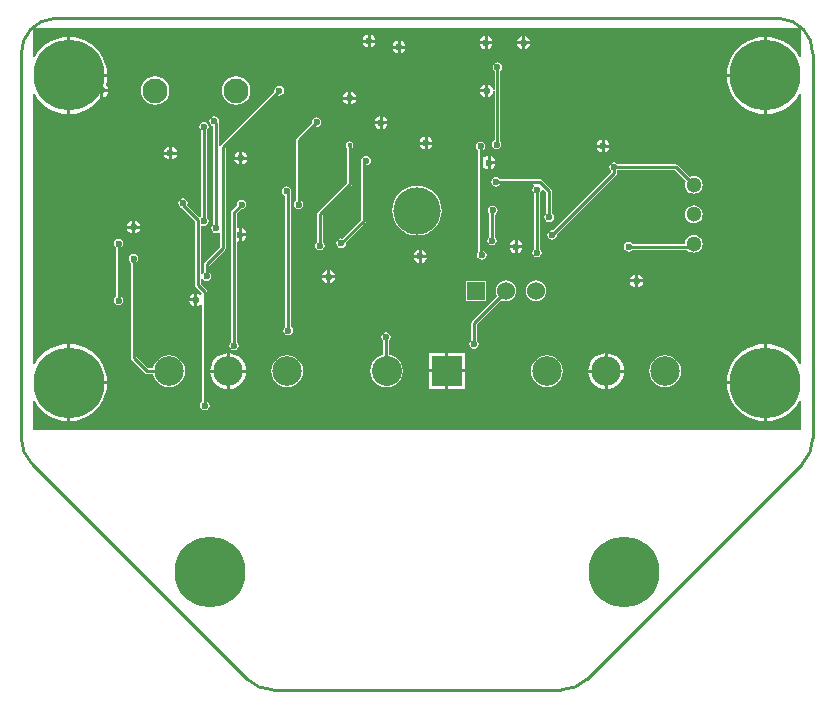
<source format=gbl>
G04*
G04 #@! TF.GenerationSoftware,Altium Limited,CircuitStudio,1.5.2 (1.5.2.30)*
G04*
G04 Layer_Physical_Order=2*
G04 Layer_Color=12500520*
%FSLAX44Y44*%
%MOMM*%
G71*
G01*
G75*
%ADD23C,0.2540*%
%ADD24C,2.1000*%
%ADD25C,4.0000*%
%ADD26C,6.0000*%
%ADD27R,1.5240X1.5240*%
%ADD28C,1.5240*%
%ADD29C,2.5000*%
%ADD30C,2.5400*%
%ADD31R,2.5400X2.5400*%
%ADD32C,1.3000*%
%ADD33C,0.6000*%
%ADD34C,0.4500*%
G36*
X820000Y775753D02*
X818730Y775395D01*
X816407Y779186D01*
X813080Y783081D01*
X809185Y786407D01*
X804818Y789083D01*
X800086Y791043D01*
X795106Y792239D01*
X791270Y792541D01*
Y760000D01*
Y727459D01*
X795106Y727761D01*
X800086Y728957D01*
X804818Y730917D01*
X809185Y733593D01*
X813080Y736920D01*
X816407Y740815D01*
X818730Y744606D01*
X820000Y744248D01*
Y515753D01*
X818730Y515394D01*
X816407Y519186D01*
X813080Y523080D01*
X809185Y526407D01*
X804818Y529083D01*
X800086Y531043D01*
X795106Y532239D01*
X791270Y532541D01*
Y500000D01*
Y467459D01*
X795106Y467761D01*
X800086Y468957D01*
X804818Y470917D01*
X809185Y473593D01*
X813080Y476920D01*
X816407Y480814D01*
X818730Y484605D01*
X820000Y484247D01*
Y460000D01*
X170000D01*
Y484247D01*
X171270Y484605D01*
X173593Y480814D01*
X176919Y476920D01*
X180814Y473593D01*
X185181Y470917D01*
X189913Y468957D01*
X194894Y467761D01*
X198730Y467459D01*
Y500000D01*
Y532541D01*
X194894Y532239D01*
X189913Y531043D01*
X185181Y529083D01*
X180814Y526407D01*
X176919Y523080D01*
X173593Y519186D01*
X171270Y515395D01*
X170000Y515753D01*
Y744247D01*
X171270Y744605D01*
X173593Y740815D01*
X176919Y736920D01*
X180814Y733593D01*
X185181Y730917D01*
X189913Y728957D01*
X194894Y727761D01*
X198730Y727459D01*
Y760000D01*
Y792541D01*
X194894Y792239D01*
X189913Y791043D01*
X185181Y789083D01*
X180814Y786407D01*
X176919Y783081D01*
X173593Y779186D01*
X171270Y775395D01*
X170000Y775753D01*
Y800000D01*
X820000D01*
Y775753D01*
D02*
G37*
%LPC*%
G36*
X496358Y612184D02*
X495466Y612006D01*
X493634Y610782D01*
X492409Y608949D01*
X492232Y608058D01*
X496358D01*
Y612184D01*
D02*
G37*
G36*
X503024Y605518D02*
X498898D01*
Y601392D01*
X499789Y601569D01*
X501622Y602794D01*
X502846Y604626D01*
X503024Y605518D01*
D02*
G37*
G36*
X496358D02*
X492232D01*
X492409Y604626D01*
X493634Y602794D01*
X495466Y601569D01*
X496358Y601392D01*
Y605518D01*
D02*
G37*
G36*
X584216Y613860D02*
X580090D01*
Y609734D01*
X580982Y609911D01*
X582814Y611136D01*
X584039Y612968D01*
X584216Y613860D01*
D02*
G37*
G36*
X577550D02*
X573424D01*
X573601Y612968D01*
X574826Y611136D01*
X576659Y609911D01*
X577550Y609734D01*
Y613860D01*
D02*
G37*
G36*
X498898Y612184D02*
Y608058D01*
X503024D01*
X502846Y608949D01*
X501622Y610782D01*
X499789Y612006D01*
X498898Y612184D01*
D02*
G37*
G36*
X425466Y588460D02*
X421340D01*
Y584334D01*
X422232Y584511D01*
X424064Y585736D01*
X425289Y587568D01*
X425466Y588460D01*
D02*
G37*
G36*
X418800D02*
X414674D01*
X414851Y587568D01*
X416076Y585736D01*
X417909Y584511D01*
X418800Y584334D01*
Y588460D01*
D02*
G37*
G36*
X686236Y584730D02*
X682110D01*
Y580604D01*
X683002Y580782D01*
X684834Y582006D01*
X686059Y583838D01*
X686236Y584730D01*
D02*
G37*
G36*
X679570Y591396D02*
X678678Y591219D01*
X676846Y589994D01*
X675621Y588162D01*
X675444Y587270D01*
X679570D01*
Y591396D01*
D02*
G37*
G36*
X421340Y595126D02*
Y591000D01*
X425466D01*
X425289Y591892D01*
X424064Y593724D01*
X422232Y594949D01*
X421340Y595126D01*
D02*
G37*
G36*
X418800D02*
X417909Y594949D01*
X416076Y593724D01*
X414851Y591892D01*
X414674Y591000D01*
X418800D01*
Y595126D01*
D02*
G37*
G36*
X682110Y591396D02*
Y587270D01*
X686236D01*
X686059Y588162D01*
X684834Y589994D01*
X683002Y591219D01*
X682110Y591396D01*
D02*
G37*
G36*
X437850Y704304D02*
X436582Y704051D01*
X435507Y703333D01*
X434789Y702258D01*
X434536Y700990D01*
X434789Y699722D01*
X435507Y698647D01*
X435536Y698628D01*
Y668969D01*
X411164Y644597D01*
X410662Y643846D01*
X410486Y642960D01*
Y619264D01*
X409916Y618884D01*
X409032Y617561D01*
X408722Y616000D01*
X409032Y614439D01*
X409916Y613116D01*
X411240Y612232D01*
X412800Y611922D01*
X414361Y612232D01*
X415684Y613116D01*
X416568Y614439D01*
X416879Y616000D01*
X416568Y617561D01*
X415684Y618884D01*
X415115Y619264D01*
Y642001D01*
X439487Y666373D01*
X439988Y667124D01*
X440164Y668010D01*
Y698628D01*
X440193Y698647D01*
X440911Y699722D01*
X441164Y700990D01*
X440911Y702258D01*
X440193Y703333D01*
X439118Y704051D01*
X437850Y704304D01*
D02*
G37*
G36*
X346410Y630686D02*
Y626560D01*
X350536D01*
X350359Y627452D01*
X349134Y629284D01*
X347302Y630509D01*
X346410Y630686D01*
D02*
G37*
G36*
X260366Y630370D02*
X256240D01*
Y626244D01*
X257132Y626422D01*
X258964Y627646D01*
X260189Y629478D01*
X260366Y630370D01*
D02*
G37*
G36*
X253700D02*
X249574D01*
X249751Y629478D01*
X250976Y627646D01*
X252808Y626422D01*
X253700Y626244D01*
Y630370D01*
D02*
G37*
G36*
Y637036D02*
X252808Y636859D01*
X250976Y635634D01*
X249751Y633802D01*
X249574Y632910D01*
X253700D01*
Y637036D01*
D02*
G37*
G36*
X561840Y674078D02*
X560279Y673768D01*
X558956Y672884D01*
X558072Y671561D01*
X557762Y670000D01*
X558072Y668439D01*
X558956Y667116D01*
X560279Y666232D01*
X561840Y665921D01*
X563401Y666232D01*
X564724Y667116D01*
X565104Y667685D01*
X593543D01*
X593928Y666415D01*
X593716Y666274D01*
X592832Y664951D01*
X592522Y663390D01*
X592832Y661829D01*
X593716Y660506D01*
X594286Y660126D01*
Y613314D01*
X593716Y612934D01*
X592832Y611611D01*
X592522Y610050D01*
X592832Y608489D01*
X593716Y607166D01*
X595039Y606282D01*
X596600Y605972D01*
X598161Y606282D01*
X599484Y607166D01*
X600368Y608489D01*
X600678Y610050D01*
X600368Y611611D01*
X599484Y612934D01*
X598914Y613314D01*
Y660126D01*
X599484Y660506D01*
X600368Y661829D01*
X600629Y663142D01*
X601351Y663527D01*
X601923Y663644D01*
X604525Y661041D01*
Y643264D01*
X603956Y642884D01*
X603072Y641561D01*
X602762Y640000D01*
X603072Y638439D01*
X603956Y637116D01*
X605279Y636232D01*
X606840Y635922D01*
X608401Y636232D01*
X609724Y637116D01*
X610608Y638439D01*
X610918Y640000D01*
X610608Y641561D01*
X609724Y642884D01*
X609154Y643264D01*
Y662000D01*
X608978Y662886D01*
X608476Y663636D01*
X600476Y671637D01*
X599726Y672138D01*
X598840Y672314D01*
X565104D01*
X564724Y672884D01*
X563401Y673768D01*
X561840Y674078D01*
D02*
G37*
G36*
X729340Y650017D02*
X727382Y649759D01*
X725558Y649004D01*
X723991Y647801D01*
X722789Y646235D01*
X722033Y644410D01*
X721775Y642452D01*
X722033Y640495D01*
X722789Y638670D01*
X723991Y637103D01*
X725558Y635901D01*
X727382Y635145D01*
X729340Y634888D01*
X731298Y635145D01*
X733122Y635901D01*
X734689Y637103D01*
X735891Y638670D01*
X736647Y640495D01*
X736905Y642452D01*
X736647Y644410D01*
X735891Y646235D01*
X734689Y647801D01*
X733122Y649004D01*
X731298Y649759D01*
X729340Y650017D01*
D02*
G37*
G36*
X256240Y637036D02*
Y632910D01*
X260366D01*
X260189Y633802D01*
X258964Y635634D01*
X257132Y636859D01*
X256240Y637036D01*
D02*
G37*
G36*
X580090Y620526D02*
Y616400D01*
X584216D01*
X584039Y617292D01*
X582814Y619124D01*
X580982Y620349D01*
X580090Y620526D01*
D02*
G37*
G36*
X577550D02*
X576659Y620349D01*
X574826Y619124D01*
X573601Y617292D01*
X573424Y616400D01*
X577550D01*
Y620526D01*
D02*
G37*
G36*
X559140Y649763D02*
X557579Y649453D01*
X556256Y648569D01*
X555372Y647246D01*
X555062Y645685D01*
X555372Y644124D01*
X556186Y642907D01*
Y623474D01*
X555616Y623094D01*
X554732Y621771D01*
X554422Y620210D01*
X554732Y618649D01*
X555616Y617326D01*
X556939Y616442D01*
X558500Y616132D01*
X560061Y616442D01*
X561384Y617326D01*
X562268Y618649D01*
X562578Y620210D01*
X562268Y621771D01*
X561384Y623094D01*
X560815Y623474D01*
Y641993D01*
X562024Y642801D01*
X562908Y644124D01*
X563218Y645685D01*
X562908Y647246D01*
X562024Y648569D01*
X560701Y649453D01*
X559140Y649763D01*
D02*
G37*
G36*
X729340Y625017D02*
X727382Y624759D01*
X725558Y624004D01*
X723991Y622801D01*
X722789Y621235D01*
X722033Y619410D01*
X721775Y617452D01*
X721612Y617267D01*
X677604D01*
X677224Y617836D01*
X675901Y618720D01*
X674340Y619031D01*
X672779Y618720D01*
X671456Y617836D01*
X670572Y616513D01*
X670262Y614952D01*
X670572Y613392D01*
X671456Y612068D01*
X672779Y611184D01*
X674340Y610874D01*
X675901Y611184D01*
X677224Y612068D01*
X677604Y612638D01*
X723581D01*
X723991Y612103D01*
X725558Y610901D01*
X727382Y610145D01*
X729340Y609888D01*
X731298Y610145D01*
X733122Y610901D01*
X734689Y612103D01*
X735891Y613670D01*
X736647Y615494D01*
X736905Y617452D01*
X736647Y619410D01*
X735891Y621235D01*
X734689Y622801D01*
X733122Y624004D01*
X731298Y624759D01*
X729340Y625017D01*
D02*
G37*
G36*
X495000Y666712D02*
X490883Y666306D01*
X486925Y665105D01*
X483277Y663155D01*
X480079Y660531D01*
X477455Y657333D01*
X475505Y653685D01*
X474304Y649727D01*
X473899Y645610D01*
X474304Y641493D01*
X475505Y637535D01*
X477455Y633887D01*
X480079Y630689D01*
X483277Y628065D01*
X486925Y626115D01*
X490883Y624914D01*
X495000Y624508D01*
X499117Y624914D01*
X503075Y626115D01*
X506724Y628065D01*
X509921Y630689D01*
X512545Y633887D01*
X514495Y637535D01*
X515696Y641493D01*
X516102Y645610D01*
X515696Y649727D01*
X514495Y653685D01*
X512545Y657333D01*
X509921Y660531D01*
X506724Y663155D01*
X503075Y665105D01*
X499117Y666306D01*
X495000Y666712D01*
D02*
G37*
G36*
X451840Y692078D02*
X450279Y691768D01*
X448956Y690884D01*
X448072Y689561D01*
X448038Y689389D01*
X447832Y689081D01*
X447702Y688886D01*
X447525Y688000D01*
Y637959D01*
X431512Y621945D01*
X430840Y622078D01*
X429279Y621768D01*
X427956Y620884D01*
X427072Y619561D01*
X426762Y618000D01*
X427072Y616439D01*
X427956Y615116D01*
X429279Y614232D01*
X430840Y613922D01*
X432401Y614232D01*
X433724Y615116D01*
X434608Y616439D01*
X434918Y618000D01*
X434785Y618671D01*
X451477Y635363D01*
X451978Y636114D01*
X452154Y637000D01*
Y683984D01*
X453401Y684232D01*
X454724Y685116D01*
X455608Y686439D01*
X455918Y688000D01*
X455608Y689561D01*
X454724Y690884D01*
X453401Y691768D01*
X451840Y692078D01*
D02*
G37*
G36*
X350536Y624020D02*
X346410D01*
Y619894D01*
X347302Y620071D01*
X349134Y621296D01*
X350359Y623128D01*
X350536Y624020D01*
D02*
G37*
G36*
X679570Y584730D02*
X675444D01*
X675621Y583838D01*
X676846Y582006D01*
X678678Y580782D01*
X679570Y580604D01*
Y584730D01*
D02*
G37*
G36*
X385000Y523366D02*
X381476Y522902D01*
X378192Y521542D01*
X375372Y519378D01*
X373208Y516558D01*
X371847Y513274D01*
X371383Y509750D01*
X371847Y506226D01*
X373208Y502942D01*
X375372Y500122D01*
X378192Y497958D01*
X381476Y496597D01*
X385000Y496133D01*
X388524Y496597D01*
X391808Y497958D01*
X394628Y500122D01*
X396792Y502942D01*
X398152Y506226D01*
X398616Y509750D01*
X398152Y513274D01*
X396792Y516558D01*
X394628Y519378D01*
X391808Y521542D01*
X388524Y522902D01*
X385000Y523366D01*
D02*
G37*
G36*
X254970Y609048D02*
X253409Y608738D01*
X252086Y607854D01*
X251202Y606531D01*
X250892Y604970D01*
X251202Y603409D01*
X251546Y602895D01*
X251562Y602814D01*
X252064Y602063D01*
X252656Y601471D01*
Y520982D01*
X252832Y520096D01*
X253333Y519346D01*
X264566Y508113D01*
X265317Y507612D01*
X266202Y507435D01*
X271688D01*
X271847Y506226D01*
X273208Y502942D01*
X275372Y500122D01*
X278192Y497958D01*
X281476Y496597D01*
X285000Y496133D01*
X288524Y496597D01*
X291808Y497958D01*
X294628Y500122D01*
X296792Y502942D01*
X298152Y506226D01*
X298616Y509750D01*
X298152Y513274D01*
X296792Y516558D01*
X294628Y519378D01*
X291808Y521542D01*
X288524Y522902D01*
X285000Y523366D01*
X281476Y522902D01*
X278192Y521542D01*
X275372Y519378D01*
X273208Y516558D01*
X271847Y513274D01*
X271688Y512064D01*
X267161D01*
X257285Y521941D01*
Y601706D01*
X257854Y602086D01*
X258738Y603409D01*
X259048Y604970D01*
X258738Y606531D01*
X257854Y607854D01*
X256531Y608738D01*
X254970Y609048D01*
D02*
G37*
G36*
X669987Y508480D02*
X656270D01*
Y494762D01*
X657948Y494927D01*
X660783Y495788D01*
X663396Y497184D01*
X665686Y499063D01*
X667566Y501354D01*
X668962Y503966D01*
X669822Y506801D01*
X669987Y508480D01*
D02*
G37*
G36*
X605000Y523366D02*
X601476Y522902D01*
X598192Y521542D01*
X595372Y519378D01*
X593208Y516558D01*
X591847Y513274D01*
X591383Y509750D01*
X591847Y506226D01*
X593208Y502942D01*
X595372Y500122D01*
X598192Y497958D01*
X601476Y496597D01*
X605000Y496133D01*
X608524Y496597D01*
X611808Y497958D01*
X614628Y500122D01*
X616792Y502942D01*
X618152Y506226D01*
X618616Y509750D01*
X618152Y513274D01*
X616792Y516558D01*
X614628Y519378D01*
X611808Y521542D01*
X608524Y522902D01*
X605000Y523366D01*
D02*
G37*
G36*
X788730Y532541D02*
X784894Y532239D01*
X779913Y531043D01*
X775181Y529083D01*
X770814Y526407D01*
X766919Y523080D01*
X763593Y519186D01*
X760917Y514818D01*
X758957Y510086D01*
X757761Y505106D01*
X757459Y501270D01*
X788730D01*
Y532541D01*
D02*
G37*
G36*
X468750Y542531D02*
X467189Y542220D01*
X465866Y541336D01*
X464982Y540013D01*
X464672Y538452D01*
X464982Y536892D01*
X465866Y535569D01*
X466435Y535188D01*
Y523407D01*
X465624Y523300D01*
X462291Y521919D01*
X459429Y519723D01*
X457233Y516861D01*
X455853Y513529D01*
X455382Y509952D01*
X455853Y506376D01*
X457233Y503043D01*
X459429Y500181D01*
X462291Y497985D01*
X465624Y496605D01*
X469200Y496134D01*
X472776Y496605D01*
X476109Y497985D01*
X478971Y500181D01*
X481167Y503043D01*
X482547Y506376D01*
X483018Y509952D01*
X482547Y513529D01*
X481167Y516861D01*
X478971Y519723D01*
X476109Y521919D01*
X472776Y523300D01*
X471064Y523525D01*
Y535188D01*
X471634Y535569D01*
X472518Y536892D01*
X472828Y538452D01*
X472518Y540013D01*
X471634Y541336D01*
X470311Y542220D01*
X468750Y542531D01*
D02*
G37*
G36*
X705000Y523366D02*
X701476Y522902D01*
X698192Y521542D01*
X695371Y519378D01*
X693208Y516558D01*
X691847Y513274D01*
X691383Y509750D01*
X691847Y506226D01*
X693208Y502942D01*
X695371Y500122D01*
X698192Y497958D01*
X701476Y496597D01*
X705000Y496133D01*
X708524Y496597D01*
X711808Y497958D01*
X714628Y500122D01*
X716792Y502942D01*
X718152Y506226D01*
X718616Y509750D01*
X718152Y513274D01*
X716792Y516558D01*
X714628Y519378D01*
X711808Y521542D01*
X708524Y522902D01*
X705000Y523366D01*
D02*
G37*
G36*
X518730Y508682D02*
X504760D01*
Y494712D01*
X518730D01*
Y508682D01*
D02*
G37*
G36*
X232540Y498730D02*
X201270D01*
Y467459D01*
X205106Y467761D01*
X210086Y468957D01*
X214818Y470917D01*
X219186Y473593D01*
X223080Y476920D01*
X226407Y480814D01*
X229083Y485181D01*
X231043Y489913D01*
X232239Y494894D01*
X232540Y498730D01*
D02*
G37*
G36*
X788730D02*
X757459D01*
X757761Y494894D01*
X758957Y489913D01*
X760917Y485181D01*
X763593Y480814D01*
X766919Y476920D01*
X770814Y473593D01*
X775181Y470917D01*
X779913Y468957D01*
X784894Y467761D01*
X788730Y467459D01*
Y498730D01*
D02*
G37*
G36*
X535240Y508682D02*
X521270D01*
Y494712D01*
X535240D01*
Y508682D01*
D02*
G37*
G36*
X653730Y508480D02*
X640012D01*
X640178Y506801D01*
X641038Y503966D01*
X642434Y501354D01*
X644314Y499063D01*
X646604Y497184D01*
X649216Y495788D01*
X652051Y494927D01*
X653730Y494762D01*
Y508480D01*
D02*
G37*
G36*
X349988D02*
X336270D01*
Y494762D01*
X337948Y494927D01*
X340783Y495788D01*
X343396Y497184D01*
X345686Y499063D01*
X347566Y501354D01*
X348962Y503966D01*
X349822Y506801D01*
X349988Y508480D01*
D02*
G37*
G36*
X333730D02*
X320012D01*
X320177Y506801D01*
X321037Y503966D01*
X322434Y501354D01*
X324314Y499063D01*
X326604Y497184D01*
X329216Y495788D01*
X332052Y494927D01*
X333730Y494762D01*
Y508480D01*
D02*
G37*
G36*
X242270Y621748D02*
X240709Y621438D01*
X239386Y620554D01*
X238502Y619231D01*
X238192Y617670D01*
X238502Y616109D01*
X239386Y614786D01*
X239956Y614406D01*
Y572674D01*
X239386Y572294D01*
X238502Y570971D01*
X238192Y569410D01*
X238502Y567849D01*
X239386Y566526D01*
X240709Y565642D01*
X242270Y565332D01*
X243831Y565642D01*
X245154Y566526D01*
X246038Y567849D01*
X246348Y569410D01*
X246038Y570971D01*
X245154Y572294D01*
X244585Y572674D01*
Y614406D01*
X245154Y614786D01*
X246038Y616109D01*
X246348Y617670D01*
X246038Y619231D01*
X245154Y620554D01*
X243831Y621438D01*
X242270Y621748D01*
D02*
G37*
G36*
X306430Y568800D02*
X302304D01*
X302482Y567909D01*
X303706Y566076D01*
X305539Y564851D01*
X306430Y564674D01*
Y568800D01*
D02*
G37*
G36*
X384510Y666198D02*
X382949Y665888D01*
X381626Y665004D01*
X380742Y663681D01*
X380432Y662120D01*
X380742Y660559D01*
X381626Y659236D01*
X382949Y658352D01*
X383525Y658238D01*
Y547264D01*
X382955Y546883D01*
X382071Y545560D01*
X381761Y543999D01*
X382071Y542439D01*
X382955Y541115D01*
X384278Y540231D01*
X385839Y539921D01*
X387400Y540231D01*
X388723Y541115D01*
X389607Y542439D01*
X389918Y543999D01*
X389607Y545560D01*
X388723Y546883D01*
X388154Y547264D01*
Y660373D01*
X388278Y660559D01*
X388588Y662120D01*
X388278Y663681D01*
X387394Y665004D01*
X386071Y665888D01*
X384510Y666198D01*
D02*
G37*
G36*
X570340Y586444D02*
X568090Y586148D01*
X565993Y585279D01*
X564192Y583898D01*
X562810Y582097D01*
X561942Y580000D01*
X561646Y577750D01*
X561942Y575500D01*
X562810Y573403D01*
X562906Y573279D01*
X541623Y551997D01*
X541122Y551246D01*
X540946Y550360D01*
Y535844D01*
X540376Y535464D01*
X539492Y534141D01*
X539182Y532580D01*
X539492Y531019D01*
X540376Y529696D01*
X541699Y528812D01*
X543260Y528502D01*
X544821Y528812D01*
X546144Y529696D01*
X547028Y531019D01*
X547338Y532580D01*
X547028Y534141D01*
X546144Y535464D01*
X545574Y535844D01*
Y549401D01*
X566276Y570103D01*
X568090Y569352D01*
X570340Y569055D01*
X572590Y569352D01*
X574687Y570220D01*
X576488Y571602D01*
X577869Y573403D01*
X578738Y575500D01*
X579034Y577750D01*
X578738Y580000D01*
X577869Y582097D01*
X576488Y583898D01*
X574687Y585279D01*
X572590Y586148D01*
X570340Y586444D01*
D02*
G37*
G36*
X306430Y575466D02*
X305539Y575289D01*
X303706Y574064D01*
X302482Y572232D01*
X302304Y571340D01*
X306430D01*
Y575466D01*
D02*
G37*
G36*
X553560Y586370D02*
X536320D01*
Y569130D01*
X553560D01*
Y586370D01*
D02*
G37*
G36*
X595740Y586444D02*
X593490Y586148D01*
X591393Y585279D01*
X589592Y583898D01*
X588210Y582097D01*
X587342Y580000D01*
X587046Y577750D01*
X587342Y575500D01*
X588210Y573403D01*
X589592Y571602D01*
X591393Y570220D01*
X593490Y569352D01*
X595740Y569055D01*
X597990Y569352D01*
X600087Y570220D01*
X601888Y571602D01*
X603270Y573403D01*
X604138Y575500D01*
X604434Y577750D01*
X604138Y580000D01*
X603270Y582097D01*
X601888Y583898D01*
X600087Y585279D01*
X597990Y586148D01*
X595740Y586444D01*
D02*
G37*
G36*
X336270Y524738D02*
Y511020D01*
X349988D01*
X349822Y512698D01*
X348962Y515533D01*
X347566Y518146D01*
X345686Y520436D01*
X343396Y522316D01*
X340783Y523712D01*
X337948Y524572D01*
X336270Y524738D01*
D02*
G37*
G36*
X333730D02*
X332052Y524572D01*
X329216Y523712D01*
X326604Y522316D01*
X324314Y520436D01*
X322434Y518146D01*
X321037Y515533D01*
X320177Y512698D01*
X320012Y511020D01*
X333730D01*
Y524738D01*
D02*
G37*
G36*
X201270Y532541D02*
Y501270D01*
X232540D01*
X232239Y505106D01*
X231043Y510086D01*
X229083Y514818D01*
X226407Y519186D01*
X223080Y523080D01*
X219186Y526407D01*
X214818Y529083D01*
X210086Y531043D01*
X205106Y532239D01*
X201270Y532541D01*
D02*
G37*
G36*
X653730Y524738D02*
X652051Y524572D01*
X649216Y523712D01*
X646604Y522316D01*
X644314Y520436D01*
X642434Y518146D01*
X641038Y515533D01*
X640178Y512698D01*
X640012Y511020D01*
X653730D01*
Y524738D01*
D02*
G37*
G36*
X535240Y525192D02*
X521270D01*
Y511222D01*
X535240D01*
Y525192D01*
D02*
G37*
G36*
X518730D02*
X504760D01*
Y511222D01*
X518730D01*
Y525192D01*
D02*
G37*
G36*
X656270Y524738D02*
Y511020D01*
X669987D01*
X669822Y512698D01*
X668962Y515533D01*
X667566Y518146D01*
X665686Y520436D01*
X663396Y522316D01*
X660783Y523712D01*
X657948Y524572D01*
X656270Y524738D01*
D02*
G37*
G36*
X552570Y752396D02*
X551678Y752219D01*
X549846Y750994D01*
X548621Y749162D01*
X548444Y748270D01*
X552570D01*
Y752396D01*
D02*
G37*
G36*
X562996Y771024D02*
X561435Y770714D01*
X560112Y769830D01*
X559228Y768507D01*
X558918Y766946D01*
X559228Y765385D01*
X560112Y764062D01*
X560682Y763682D01*
Y747512D01*
X559535Y747399D01*
X559463Y747392D01*
X559419Y747388D01*
X559412Y747387D01*
X559327Y747813D01*
X559327Y747813D01*
X559059Y749162D01*
X557834Y750994D01*
X556002Y752219D01*
X555110Y752396D01*
Y747000D01*
Y741604D01*
X556002Y741781D01*
X557834Y743006D01*
X559059Y744838D01*
X559327Y746187D01*
X559327D01*
X559412Y746613D01*
X559419Y746612D01*
X559463Y746608D01*
X559535Y746601D01*
X560682Y746488D01*
Y705213D01*
X559426Y704374D01*
X558542Y703051D01*
X558232Y701490D01*
X558542Y699929D01*
X559426Y698606D01*
X560749Y697722D01*
X562310Y697412D01*
X563871Y697722D01*
X565194Y698606D01*
X566078Y699929D01*
X566388Y701490D01*
X566078Y703051D01*
X565311Y704199D01*
Y763682D01*
X565880Y764062D01*
X566764Y765385D01*
X567074Y766946D01*
X566764Y768507D01*
X565880Y769830D01*
X564557Y770714D01*
X562996Y771024D01*
D02*
G37*
G36*
X378340Y751078D02*
X376779Y750768D01*
X375456Y749884D01*
X374572Y748561D01*
X374262Y747000D01*
X374395Y746328D01*
X328889Y700822D01*
X328424Y700127D01*
X328330Y700109D01*
X327154Y700510D01*
Y719671D01*
X327101Y719941D01*
X327358Y721232D01*
X327047Y722793D01*
X326163Y724116D01*
X324840Y725000D01*
X323279Y725310D01*
X321718Y725000D01*
X320395Y724116D01*
X319511Y722793D01*
X319201Y721232D01*
X319511Y719671D01*
X320395Y718348D01*
X321718Y717464D01*
X322525Y717304D01*
Y633950D01*
X321956Y633569D01*
X321072Y632246D01*
X320762Y630685D01*
X321072Y629125D01*
X321956Y627802D01*
X323279Y626917D01*
X324840Y626607D01*
X326401Y626917D01*
X326941Y627279D01*
X328211Y626600D01*
Y614644D01*
X315203Y601636D01*
X314702Y600886D01*
X314526Y600000D01*
Y593264D01*
X313956Y592884D01*
X313072Y591561D01*
X312974Y591071D01*
X311705Y591196D01*
Y632357D01*
X312974Y633036D01*
X313099Y632952D01*
X314660Y632642D01*
X316221Y632952D01*
X317544Y633836D01*
X318428Y635159D01*
X318738Y636720D01*
X318428Y638281D01*
X317544Y639604D01*
X316975Y639984D01*
Y713466D01*
X317544Y713846D01*
X318428Y715169D01*
X318738Y716730D01*
X318428Y718291D01*
X317544Y719614D01*
X316221Y720498D01*
X314660Y720808D01*
X313099Y720498D01*
X311776Y719614D01*
X310892Y718291D01*
X310582Y716730D01*
X310892Y715169D01*
X311776Y713846D01*
X312346Y713466D01*
Y640630D01*
X311207Y639666D01*
X310353Y639760D01*
X300266Y649847D01*
X300608Y650359D01*
X300918Y651920D01*
X300608Y653481D01*
X299724Y654804D01*
X298401Y655688D01*
X296840Y655998D01*
X295279Y655688D01*
X293956Y654804D01*
X293072Y653481D01*
X292762Y651920D01*
X293072Y650359D01*
X293956Y649036D01*
X295279Y648152D01*
X295448Y648118D01*
X307076Y636491D01*
Y582312D01*
X307252Y581426D01*
X307754Y580676D01*
X312750Y575679D01*
X312630Y574752D01*
X311394Y574265D01*
X309862Y575289D01*
X308970Y575466D01*
Y570070D01*
Y564674D01*
X309862Y564851D01*
X311665Y566057D01*
X311848Y566023D01*
X312935Y565648D01*
Y483717D01*
X312366Y483336D01*
X311482Y482013D01*
X311171Y480452D01*
X311482Y478892D01*
X312366Y477569D01*
X313689Y476684D01*
X315250Y476374D01*
X316811Y476684D01*
X318134Y477569D01*
X319018Y478892D01*
X319328Y480452D01*
X319018Y482013D01*
X318134Y483336D01*
X317564Y483717D01*
Y576452D01*
X317388Y577338D01*
X317222Y577587D01*
X316886Y578089D01*
X311705Y583271D01*
Y588804D01*
X312974Y588929D01*
X313072Y588439D01*
X313956Y587116D01*
X315279Y586232D01*
X316840Y585922D01*
X318401Y586232D01*
X319724Y587116D01*
X320608Y588439D01*
X320918Y590000D01*
X320608Y591561D01*
X319724Y592884D01*
X319154Y593264D01*
Y599041D01*
X332162Y612049D01*
X332664Y612800D01*
X332840Y613685D01*
Y698227D01*
X377668Y743055D01*
X378340Y742922D01*
X379901Y743232D01*
X381224Y744116D01*
X382108Y745439D01*
X382418Y747000D01*
X382108Y748561D01*
X381224Y749884D01*
X379901Y750768D01*
X378340Y751078D01*
D02*
G37*
G36*
X788730Y792541D02*
X784894Y792239D01*
X779913Y791043D01*
X775181Y789083D01*
X770814Y786407D01*
X766919Y783081D01*
X763593Y779186D01*
X760917Y774819D01*
X758957Y770087D01*
X757761Y765106D01*
X757459Y761270D01*
X788730D01*
Y792541D01*
D02*
G37*
G36*
X485156Y782770D02*
X481030D01*
Y778644D01*
X481922Y778821D01*
X483754Y780046D01*
X484979Y781878D01*
X485156Y782770D01*
D02*
G37*
G36*
X478490D02*
X474364D01*
X474542Y781878D01*
X475766Y780046D01*
X477598Y778821D01*
X478490Y778644D01*
Y782770D01*
D02*
G37*
G36*
X201270Y792541D02*
Y761270D01*
X232540D01*
X232239Y765106D01*
X231043Y770087D01*
X229083Y774819D01*
X226407Y779186D01*
X223080Y783081D01*
X219186Y786407D01*
X214818Y789083D01*
X210086Y791043D01*
X205106Y792239D01*
X201270Y792541D01*
D02*
G37*
G36*
X443246Y739590D02*
X439120D01*
Y735464D01*
X440012Y735641D01*
X441844Y736866D01*
X443069Y738698D01*
X443246Y739590D01*
D02*
G37*
G36*
X436580D02*
X432454D01*
X432631Y738698D01*
X433856Y736866D01*
X435689Y735641D01*
X436580Y735464D01*
Y739590D01*
D02*
G37*
G36*
X341840Y759353D02*
X338707Y758941D01*
X335788Y757732D01*
X333281Y755808D01*
X331358Y753302D01*
X330149Y750383D01*
X329736Y747250D01*
X330149Y744117D01*
X331358Y741198D01*
X333281Y738691D01*
X335788Y736768D01*
X338707Y735559D01*
X341840Y735146D01*
X344973Y735559D01*
X347892Y736768D01*
X350398Y738691D01*
X352322Y741198D01*
X353531Y744117D01*
X353943Y747250D01*
X353531Y750383D01*
X352322Y753302D01*
X350398Y755808D01*
X347892Y757732D01*
X344973Y758941D01*
X341840Y759353D01*
D02*
G37*
G36*
X552570Y745730D02*
X548444D01*
X548621Y744838D01*
X549846Y743006D01*
X551678Y741781D01*
X552570Y741604D01*
Y745730D01*
D02*
G37*
G36*
X439120Y746256D02*
Y742130D01*
X443246D01*
X443069Y743022D01*
X441844Y744854D01*
X440012Y746079D01*
X439120Y746256D01*
D02*
G37*
G36*
X436580D02*
X435689Y746079D01*
X433856Y744854D01*
X432631Y743022D01*
X432454Y742130D01*
X436580D01*
Y746256D01*
D02*
G37*
G36*
X233656Y746030D02*
X229530D01*
Y741904D01*
X230422Y742081D01*
X232254Y743306D01*
X233479Y745138D01*
X233656Y746030D01*
D02*
G37*
G36*
X554690Y793246D02*
Y789120D01*
X558816D01*
X558639Y790012D01*
X557414Y791844D01*
X555582Y793069D01*
X554690Y793246D01*
D02*
G37*
G36*
X552150D02*
X551259Y793069D01*
X549426Y791844D01*
X548201Y790012D01*
X548024Y789120D01*
X552150D01*
Y793246D01*
D02*
G37*
G36*
X481030Y789436D02*
Y785310D01*
X485156D01*
X484979Y786202D01*
X483754Y788034D01*
X481922Y789259D01*
X481030Y789436D01*
D02*
G37*
G36*
X583900Y793246D02*
X583008Y793069D01*
X581176Y791844D01*
X579952Y790012D01*
X579774Y789120D01*
X583900D01*
Y793246D01*
D02*
G37*
G36*
X455630Y794516D02*
Y790390D01*
X459756D01*
X459579Y791282D01*
X458354Y793114D01*
X456522Y794339D01*
X455630Y794516D01*
D02*
G37*
G36*
X453090D02*
X452198Y794339D01*
X450366Y793114D01*
X449142Y791282D01*
X448964Y790390D01*
X453090D01*
Y794516D01*
D02*
G37*
G36*
X586440Y793246D02*
Y789120D01*
X590566D01*
X590389Y790012D01*
X589164Y791844D01*
X587332Y793069D01*
X586440Y793246D01*
D02*
G37*
G36*
X583900Y786580D02*
X579774D01*
X579952Y785688D01*
X581176Y783856D01*
X583008Y782632D01*
X583900Y782454D01*
Y786580D01*
D02*
G37*
G36*
X558816D02*
X554690D01*
Y782454D01*
X555582Y782632D01*
X557414Y783856D01*
X558639Y785688D01*
X558816Y786580D01*
D02*
G37*
G36*
X552150D02*
X548024D01*
X548201Y785688D01*
X549426Y783856D01*
X551259Y782632D01*
X552150Y782454D01*
Y786580D01*
D02*
G37*
G36*
X590566D02*
X586440D01*
Y782454D01*
X587332Y782632D01*
X589164Y783856D01*
X590389Y785688D01*
X590566Y786580D01*
D02*
G37*
G36*
X478490Y789436D02*
X477598Y789259D01*
X475766Y788034D01*
X474542Y786202D01*
X474364Y785310D01*
X478490D01*
Y789436D01*
D02*
G37*
G36*
X459756Y787850D02*
X455630D01*
Y783724D01*
X456522Y783902D01*
X458354Y785126D01*
X459579Y786958D01*
X459756Y787850D01*
D02*
G37*
G36*
X453090D02*
X448964D01*
X449142Y786958D01*
X450366Y785126D01*
X452198Y783902D01*
X453090Y783724D01*
Y787850D01*
D02*
G37*
G36*
X273260Y759353D02*
X270127Y758941D01*
X267208Y757732D01*
X264701Y755808D01*
X262778Y753302D01*
X261569Y750383D01*
X261157Y747250D01*
X261569Y744117D01*
X262778Y741198D01*
X264701Y738691D01*
X267208Y736768D01*
X270127Y735559D01*
X273260Y735146D01*
X276393Y735559D01*
X279312Y736768D01*
X281819Y738691D01*
X283742Y741198D01*
X284951Y744117D01*
X285364Y747250D01*
X284951Y750383D01*
X283742Y753302D01*
X281819Y755808D01*
X279312Y757732D01*
X276393Y758941D01*
X273260Y759353D01*
D02*
G37*
G36*
X344530Y695456D02*
X343639Y695279D01*
X341806Y694054D01*
X340582Y692222D01*
X340404Y691330D01*
X344530D01*
Y695456D01*
D02*
G37*
G36*
X291656Y693030D02*
X287530D01*
Y688904D01*
X288422Y689081D01*
X290254Y690306D01*
X291479Y692138D01*
X291656Y693030D01*
D02*
G37*
G36*
X284990D02*
X280864D01*
X281042Y692138D01*
X282266Y690306D01*
X284098Y689081D01*
X284990Y688904D01*
Y693030D01*
D02*
G37*
G36*
X347070Y695456D02*
Y691330D01*
X351196D01*
X351019Y692222D01*
X349794Y694054D01*
X347962Y695279D01*
X347070Y695456D01*
D02*
G37*
G36*
X284990Y699696D02*
X284098Y699519D01*
X282266Y698294D01*
X281042Y696462D01*
X280864Y695570D01*
X284990D01*
Y699696D01*
D02*
G37*
G36*
X657876Y698950D02*
X653750D01*
Y694824D01*
X654642Y695002D01*
X656474Y696226D01*
X657699Y698058D01*
X657876Y698950D01*
D02*
G37*
G36*
X651210D02*
X647084D01*
X647262Y698058D01*
X648486Y696226D01*
X650319Y695002D01*
X651210Y694824D01*
Y698950D01*
D02*
G37*
G36*
X548840Y704078D02*
X547279Y703768D01*
X545956Y702884D01*
X545072Y701561D01*
X544762Y700000D01*
X545072Y698439D01*
X545956Y697116D01*
X546526Y696736D01*
Y610239D01*
X546072Y609561D01*
X545762Y608000D01*
X546072Y606439D01*
X546956Y605116D01*
X548279Y604232D01*
X549840Y603922D01*
X551401Y604232D01*
X552724Y605116D01*
X553608Y606439D01*
X553918Y608000D01*
X553608Y609561D01*
X552724Y610884D01*
X551401Y611768D01*
X551155Y611817D01*
Y681358D01*
X552425Y681949D01*
X553798Y681031D01*
X554690Y680854D01*
Y686250D01*
Y691646D01*
X553798Y691469D01*
X552425Y690551D01*
X551155Y691142D01*
Y696736D01*
X551724Y697116D01*
X552608Y698439D01*
X552918Y700000D01*
X552608Y701561D01*
X551724Y702884D01*
X550401Y703768D01*
X548840Y704078D01*
D02*
G37*
G36*
X661840Y686531D02*
X660279Y686220D01*
X658956Y685336D01*
X658072Y684013D01*
X657762Y682452D01*
X658072Y680892D01*
X658956Y679568D01*
X659070Y679492D01*
X659176Y678061D01*
X610012Y628897D01*
X609340Y629031D01*
X607779Y628720D01*
X606456Y627836D01*
X605572Y626513D01*
X605262Y624952D01*
X605572Y623392D01*
X606456Y622068D01*
X607779Y621184D01*
X609340Y620874D01*
X610901Y621184D01*
X612224Y622068D01*
X613108Y623392D01*
X613418Y624952D01*
X613285Y625624D01*
X663476Y675816D01*
X663978Y676567D01*
X664154Y677452D01*
Y679188D01*
X664724Y679568D01*
X665104Y680138D01*
X713381D01*
X722641Y670878D01*
X722033Y669410D01*
X721775Y667452D01*
X722033Y665495D01*
X722789Y663670D01*
X723991Y662103D01*
X725558Y660901D01*
X727382Y660145D01*
X729340Y659888D01*
X731298Y660145D01*
X733122Y660901D01*
X734689Y662103D01*
X735891Y663670D01*
X736647Y665495D01*
X736905Y667452D01*
X736647Y669410D01*
X735891Y671235D01*
X734689Y672801D01*
X733122Y674004D01*
X731298Y674759D01*
X729340Y675017D01*
X727382Y674759D01*
X725914Y674151D01*
X715976Y684089D01*
X715226Y684591D01*
X714340Y684767D01*
X665104D01*
X664724Y685336D01*
X663401Y686220D01*
X661840Y686531D01*
D02*
G37*
G36*
X346410Y654768D02*
X344849Y654458D01*
X343526Y653574D01*
X342642Y652251D01*
X342332Y650690D01*
X342465Y650018D01*
X338233Y645787D01*
X337732Y645036D01*
X337556Y644150D01*
Y534447D01*
X337176Y534194D01*
X336292Y532871D01*
X335982Y531310D01*
X336292Y529749D01*
X337176Y528426D01*
X338499Y527542D01*
X340060Y527232D01*
X341621Y527542D01*
X342944Y528426D01*
X343828Y529749D01*
X344138Y531310D01*
X343828Y532871D01*
X342944Y534194D01*
X342185Y534701D01*
Y619191D01*
X343455Y619977D01*
X343870Y619894D01*
Y625290D01*
Y630686D01*
X343455Y630603D01*
X342185Y631389D01*
Y643191D01*
X345738Y646745D01*
X346410Y646612D01*
X347971Y646922D01*
X349294Y647806D01*
X350178Y649129D01*
X350488Y650690D01*
X350178Y652251D01*
X349294Y653574D01*
X347971Y654458D01*
X346410Y654768D01*
D02*
G37*
G36*
X561356Y684980D02*
X557230D01*
Y680854D01*
X558122Y681031D01*
X559954Y682256D01*
X561179Y684088D01*
X561356Y684980D01*
D02*
G37*
G36*
X557230Y691646D02*
Y687520D01*
X561356D01*
X561179Y688412D01*
X559954Y690244D01*
X558122Y691469D01*
X557230Y691646D01*
D02*
G37*
G36*
X351196Y688790D02*
X347070D01*
Y684664D01*
X347962Y684842D01*
X349794Y686066D01*
X351019Y687898D01*
X351196Y688790D01*
D02*
G37*
G36*
X344530D02*
X340404D01*
X340582Y687898D01*
X341806Y686066D01*
X343639Y684842D01*
X344530Y684664D01*
Y688790D01*
D02*
G37*
G36*
X409910Y724618D02*
X408349Y724308D01*
X407026Y723424D01*
X406142Y722101D01*
X405832Y720540D01*
X405965Y719868D01*
X393033Y706937D01*
X392532Y706186D01*
X392356Y705300D01*
Y653954D01*
X391786Y653574D01*
X390902Y652251D01*
X390592Y650690D01*
X390902Y649129D01*
X391786Y647806D01*
X393109Y646922D01*
X394670Y646612D01*
X396231Y646922D01*
X397554Y647806D01*
X398438Y649129D01*
X398748Y650690D01*
X398438Y652251D01*
X397554Y653574D01*
X396984Y653954D01*
Y704341D01*
X409238Y716595D01*
X409910Y716462D01*
X411471Y716772D01*
X412794Y717656D01*
X413678Y718979D01*
X413988Y720540D01*
X413678Y722101D01*
X412794Y723424D01*
X411471Y724308D01*
X409910Y724618D01*
D02*
G37*
G36*
X469916Y718750D02*
X465790D01*
Y714624D01*
X466682Y714801D01*
X468514Y716026D01*
X469739Y717859D01*
X469916Y718750D01*
D02*
G37*
G36*
X463250D02*
X459124D01*
X459301Y717859D01*
X460526Y716026D01*
X462359Y714801D01*
X463250Y714624D01*
Y718750D01*
D02*
G37*
G36*
Y725416D02*
X462359Y725239D01*
X460526Y724014D01*
X459301Y722182D01*
X459124Y721290D01*
X463250D01*
Y725416D01*
D02*
G37*
G36*
X788730Y758730D02*
X757459D01*
X757761Y754894D01*
X758957Y749914D01*
X760917Y745182D01*
X763593Y740815D01*
X766919Y736920D01*
X770814Y733593D01*
X775181Y730917D01*
X779913Y728957D01*
X784894Y727761D01*
X788730Y727459D01*
Y758730D01*
D02*
G37*
G36*
X232540Y758730D02*
X201270D01*
Y727459D01*
X205106Y727761D01*
X210086Y728957D01*
X214818Y730917D01*
X219186Y733593D01*
X223080Y736920D01*
X226407Y740815D01*
X226990Y741766D01*
Y747300D01*
X228260D01*
Y748570D01*
X233656D01*
X233479Y749462D01*
X232254Y751294D01*
X231496Y751801D01*
X232239Y754894D01*
X232540Y758730D01*
D02*
G37*
G36*
X465790Y725416D02*
Y721290D01*
X469916D01*
X469739Y722182D01*
X468514Y724014D01*
X466682Y725239D01*
X465790Y725416D01*
D02*
G37*
G36*
X508016Y701490D02*
X503890D01*
Y697364D01*
X504782Y697542D01*
X506614Y698766D01*
X507839Y700598D01*
X508016Y701490D01*
D02*
G37*
G36*
X501350D02*
X497224D01*
X497402Y700598D01*
X498626Y698766D01*
X500458Y697542D01*
X501350Y697364D01*
Y701490D01*
D02*
G37*
G36*
X287530Y699696D02*
Y695570D01*
X291656D01*
X291479Y696462D01*
X290254Y698294D01*
X288422Y699519D01*
X287530Y699696D01*
D02*
G37*
G36*
X651210Y705616D02*
X650319Y705439D01*
X648486Y704214D01*
X647262Y702382D01*
X647084Y701490D01*
X651210D01*
Y705616D01*
D02*
G37*
G36*
X503890Y708156D02*
Y704030D01*
X508016D01*
X507839Y704922D01*
X506614Y706754D01*
X504782Y707979D01*
X503890Y708156D01*
D02*
G37*
G36*
X501350D02*
X500458Y707979D01*
X498626Y706754D01*
X497402Y704922D01*
X497224Y704030D01*
X501350D01*
Y708156D01*
D02*
G37*
G36*
X653750Y705616D02*
Y701490D01*
X657876D01*
X657699Y702382D01*
X656474Y704214D01*
X654642Y705439D01*
X653750Y705616D01*
D02*
G37*
%LPD*%
D23*
X266202Y509750D02*
X285000D01*
X254970Y520982D02*
X266202Y509750D01*
X254970Y520982D02*
Y602430D01*
X468750Y510402D02*
X469200Y509952D01*
X468750Y510402D02*
Y538452D01*
X315250Y480452D02*
Y576452D01*
X309390Y582312D02*
X315250Y576452D01*
X309390Y582312D02*
Y637450D01*
X296840Y650000D02*
X309390Y637450D01*
X296840Y650000D02*
Y651920D01*
X449840Y637000D02*
Y688000D01*
X451840D01*
X430840Y618000D02*
X449840Y637000D01*
X437850Y668010D02*
Y700990D01*
X412800Y642960D02*
X437850Y668010D01*
X412800Y616000D02*
Y642960D01*
X606840Y640000D02*
Y662000D01*
X598840Y670000D02*
X606840Y662000D01*
X561840Y670000D02*
X598840D01*
X596600Y610050D02*
Y663390D01*
X394670Y650690D02*
Y705300D01*
X409910Y720540D01*
X242270Y569410D02*
Y617670D01*
X314660Y636720D02*
Y716730D01*
X339870Y644150D02*
X346410Y650690D01*
X339870Y531500D02*
X340060Y531310D01*
X339870Y531500D02*
Y644150D01*
X543260Y532580D02*
Y550360D01*
X568660Y575760D01*
Y578300D01*
X558500Y645045D02*
X559140Y645685D01*
X558500Y620210D02*
Y645045D01*
X253700Y603700D02*
X254970Y604970D01*
X253700Y603700D02*
X254970Y602430D01*
X562996Y702176D02*
Y766946D01*
X562310Y701490D02*
X562996Y702176D01*
X548840Y608000D02*
X549840D01*
X548840D02*
Y700000D01*
X384510Y662120D02*
X385839Y660791D01*
Y543999D02*
Y660791D01*
X316840Y590000D02*
Y600000D01*
X330526Y613685D01*
Y699185D01*
X378340Y747000D01*
X323279Y721232D02*
X324840Y719671D01*
Y630685D02*
Y719671D01*
X609340Y624952D02*
X661840Y677452D01*
Y682452D01*
X674340Y614952D02*
X726840D01*
X729340Y617452D01*
X714340Y682452D02*
X729340Y667452D01*
X661840Y682452D02*
X714340D01*
X160000Y452700D02*
G03*
X168980Y431020I30661J0D01*
G01*
X351020Y248980D02*
G03*
X372700Y240000I21680J21680D01*
G01*
X617300D02*
G03*
X638980Y248980I0J30661D01*
G01*
X821020Y431020D02*
G03*
X830000Y452700I-21680J21680D01*
G01*
Y778300D02*
G03*
X801580Y808300I-29210J790D01*
G01*
X188420D02*
G03*
X160000Y778300I790J-29210D01*
G01*
Y452700D02*
Y458300D01*
X168980Y431020D02*
X351020Y248980D01*
X372700Y240000D02*
X617300D01*
X638980Y248980D02*
X821020Y431020D01*
X830000Y452700D02*
Y458300D01*
X188420Y808300D02*
X801580D01*
X830000Y458300D02*
Y778300D01*
X160000Y458300D02*
Y778300D01*
D24*
X341840Y747250D02*
D03*
X273260D02*
D03*
D25*
X495000Y645610D02*
D03*
D26*
X200000Y500000D02*
D03*
Y760000D02*
D03*
X790000D02*
D03*
Y500000D02*
D03*
X670000Y339952D02*
D03*
X320000D02*
D03*
D27*
X544940Y577750D02*
D03*
D28*
X570340D02*
D03*
X595740D02*
D03*
D29*
X605000Y509750D02*
D03*
X655000D02*
D03*
X705000D02*
D03*
X285000D02*
D03*
X335000D02*
D03*
X385000D02*
D03*
D30*
X469200Y509952D02*
D03*
D31*
X520000D02*
D03*
D32*
X729340Y667452D02*
D03*
Y642452D02*
D03*
Y617452D02*
D03*
D33*
X468750Y538452D02*
D03*
X315250Y480452D02*
D03*
X296840Y651920D02*
D03*
X497628Y606788D02*
D03*
X451840Y688000D02*
D03*
X430840Y618000D02*
D03*
X412800Y616000D02*
D03*
X561840Y670000D02*
D03*
X606840Y640000D02*
D03*
X559140Y645685D02*
D03*
X345140Y625290D02*
D03*
X345800Y690060D02*
D03*
X578820Y615130D02*
D03*
X596600Y663390D02*
D03*
Y610050D02*
D03*
X555960Y686250D02*
D03*
X652480Y700220D02*
D03*
X394670Y650690D02*
D03*
X409910Y720540D02*
D03*
X242270Y617670D02*
D03*
Y569410D02*
D03*
X254970Y604970D02*
D03*
X307700Y570070D02*
D03*
X314660Y636720D02*
D03*
Y716730D02*
D03*
X384510Y662120D02*
D03*
X543260Y532580D02*
D03*
X346410Y650690D02*
D03*
X340060Y531310D02*
D03*
X254970Y631640D02*
D03*
X558500Y620210D02*
D03*
X502620Y702760D02*
D03*
X464520Y720020D02*
D03*
X437850Y740860D02*
D03*
X562996Y766946D02*
D03*
X562310Y701490D02*
D03*
X585170Y787850D02*
D03*
X553420D02*
D03*
X479760Y784040D02*
D03*
X454360Y789120D02*
D03*
X420070Y589730D02*
D03*
X548840Y700000D02*
D03*
X549840Y608000D02*
D03*
X680840Y586000D02*
D03*
X385839Y543999D02*
D03*
X553840Y747000D02*
D03*
X316840Y590000D02*
D03*
X378340Y747000D02*
D03*
X323279Y721232D02*
D03*
X324840Y630685D02*
D03*
X286260Y694300D02*
D03*
X228260Y747300D02*
D03*
X661840Y682452D02*
D03*
X609340Y624952D02*
D03*
X674340Y614952D02*
D03*
D34*
X437850Y700990D02*
D03*
M02*

</source>
